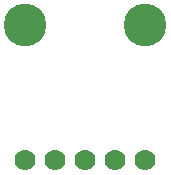
<source format=gbr>
G04 EAGLE Gerber RS-274X export*
G75*
%MOMM*%
%FSLAX34Y34*%
%LPD*%
%INSoldermask Bottom*%
%IPPOS*%
%AMOC8*
5,1,8,0,0,1.08239X$1,22.5*%
G01*
%ADD10C,3.617600*%
%ADD11C,1.778000*%


D10*
X25400Y139700D03*
X127000Y139700D03*
D11*
X25400Y25400D03*
X50800Y25400D03*
X76200Y25400D03*
X101600Y25400D03*
X127000Y25400D03*
M02*

</source>
